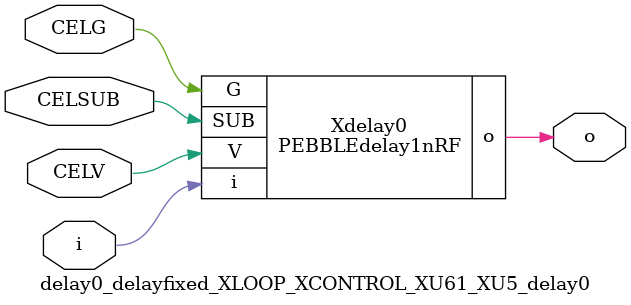
<source format=v>



module PEBBLEdelay1nRF ( o, V, G, i, SUB );

  input V;
  input i;
  input G;
  output o;
  input SUB;
endmodule

//Celera Confidential Do Not Copy delay0_delayfixed_XLOOP_XCONTROL_XU61_XU5_delay0
//TYPE: fixed 1ns
module delay0_delayfixed_XLOOP_XCONTROL_XU61_XU5_delay0 (i, CELV, o,
CELG,CELSUB);
input CELV;
input i;
output o;
input CELSUB;
input CELG;

//Celera Confidential Do Not Copy delayfast0
PEBBLEdelay1nRF Xdelay0(
.V (CELV),
.i (i),
.o (o),
.G (CELG),
.SUB (CELSUB)
);
//,diesize,PEBBLEdelay1nRF

//Celera Confidential Do Not Copy Module End
//Celera Schematic Generator
endmodule

</source>
